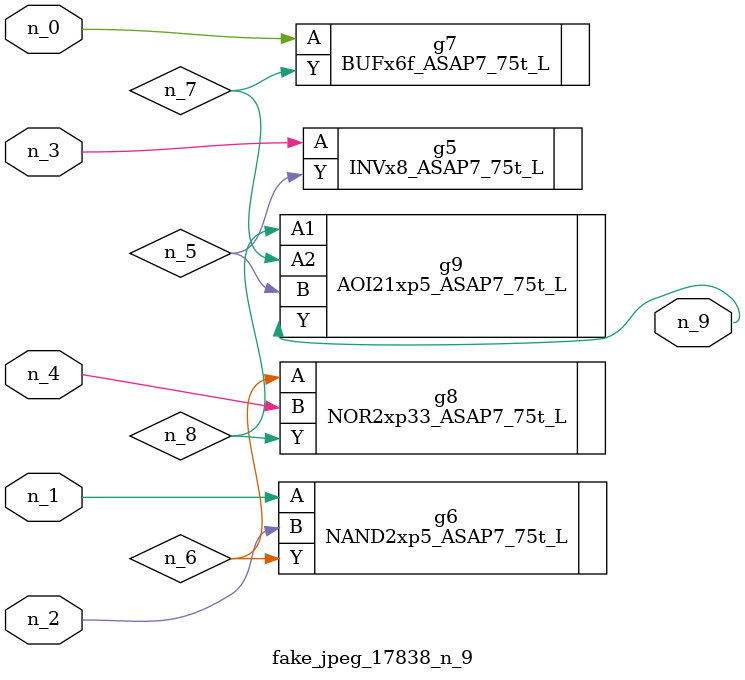
<source format=v>
module fake_jpeg_17838_n_9 (n_3, n_2, n_1, n_0, n_4, n_9);

input n_3;
input n_2;
input n_1;
input n_0;
input n_4;

output n_9;

wire n_8;
wire n_6;
wire n_5;
wire n_7;

INVx8_ASAP7_75t_L g5 ( 
.A(n_3),
.Y(n_5)
);

NAND2xp5_ASAP7_75t_L g6 ( 
.A(n_1),
.B(n_2),
.Y(n_6)
);

BUFx6f_ASAP7_75t_L g7 ( 
.A(n_0),
.Y(n_7)
);

NOR2xp33_ASAP7_75t_L g8 ( 
.A(n_6),
.B(n_4),
.Y(n_8)
);

AOI21xp5_ASAP7_75t_L g9 ( 
.A1(n_8),
.A2(n_7),
.B(n_5),
.Y(n_9)
);


endmodule
</source>
